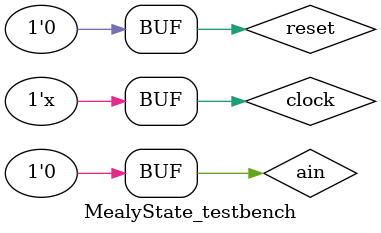
<source format=v>
`timescale 1ns / 1ps

module MealyState_testbench();
    wire aout;
    //wire state;
    
    reg clock;
    reg reset;
    reg ain;
    wire state;
    
    MealyState MeS(clock, reset, ain, aout, state);
    
    initial 
    begin
        reset = 1'b0;
        clock = 1'b0;
        ain = 1'b0;
        
        #4 reset = 1'b1;
        #2 reset = 1'b0;
        #10 ain = 1'b1;
        #10 ain = 1'b0;
       #10 ain = 1'b1;
        #10 ain = 1'b0;
       #10 ain = 1'b1;
        #10 ain = 1'b0;
       #10 ain = 1'b1;
        #10 ain = 1'b0;
       #10 ain = 1'b1;
        #10 ain = 1'b0;
       #10 ain = 1'b1;
        #10 ain = 1'b0;
       
    end
    
    always
    begin
        #5 clock = ~clock;
    end
        
endmodule

</source>
